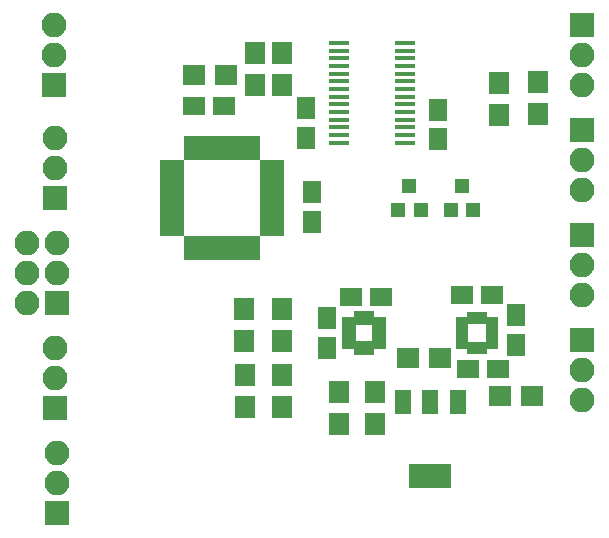
<source format=gbr>
G04 #@! TF.FileFunction,Soldermask,Top*
%FSLAX46Y46*%
G04 Gerber Fmt 4.6, Leading zero omitted, Abs format (unit mm)*
G04 Created by KiCad (PCBNEW 4.0.7) date 08/08/18 22:49:19*
%MOMM*%
%LPD*%
G01*
G04 APERTURE LIST*
%ADD10C,0.100000*%
%ADD11R,1.900000X1.650000*%
%ADD12R,1.650000X1.900000*%
%ADD13R,1.700000X1.900000*%
%ADD14R,1.740000X0.440000*%
%ADD15R,1.900000X1.700000*%
%ADD16R,2.000000X0.950000*%
%ADD17R,0.950000X2.000000*%
%ADD18R,1.200000X1.300000*%
%ADD19R,1.100000X0.700000*%
%ADD20R,0.700000X1.100000*%
%ADD21R,2.100000X2.100000*%
%ADD22O,2.100000X2.100000*%
%ADD23R,1.350000X2.150000*%
%ADD24R,3.600000X2.150000*%
%ADD25R,1.250000X0.750000*%
%ADD26R,0.750000X1.150000*%
%ADD27R,0.750000X1.250000*%
G04 APERTURE END LIST*
D10*
D11*
X253218000Y-83058000D03*
X250718000Y-83058000D03*
D12*
X254762000Y-78506000D03*
X254762000Y-81006000D03*
X238760000Y-78760000D03*
X238760000Y-81260000D03*
D11*
X240812000Y-76962000D03*
X243312000Y-76962000D03*
X252710000Y-76835000D03*
X250210000Y-76835000D03*
D13*
X234950000Y-80725000D03*
X234950000Y-78025000D03*
X231775000Y-80725000D03*
X231775000Y-78025000D03*
D14*
X245370000Y-63915000D03*
X245370000Y-63265000D03*
X245370000Y-62615000D03*
X245370000Y-61965000D03*
X245370000Y-61315000D03*
X245370000Y-60665000D03*
X245370000Y-60015000D03*
X245370000Y-59365000D03*
X245370000Y-58715000D03*
X245370000Y-58065000D03*
X245370000Y-57415000D03*
X245370000Y-56765000D03*
X245370000Y-56115000D03*
X245370000Y-55465000D03*
X239770000Y-55465000D03*
X239770000Y-56115000D03*
X239770000Y-56765000D03*
X239770000Y-57415000D03*
X239770000Y-58065000D03*
X239770000Y-58715000D03*
X239770000Y-59365000D03*
X239770000Y-60015000D03*
X239770000Y-60665000D03*
X239770000Y-61315000D03*
X239770000Y-61965000D03*
X239770000Y-62615000D03*
X239770000Y-63265000D03*
X239770000Y-63915000D03*
D13*
X234950000Y-59008000D03*
X234950000Y-56308000D03*
X232664000Y-59008000D03*
X232664000Y-56308000D03*
X234950000Y-83613000D03*
X234950000Y-86313000D03*
X231838500Y-83613000D03*
X231838500Y-86313000D03*
D15*
X227504000Y-58166000D03*
X230204000Y-58166000D03*
D16*
X225620000Y-65780000D03*
X225620000Y-66580000D03*
X225620000Y-67380000D03*
X225620000Y-68180000D03*
X225620000Y-68980000D03*
X225620000Y-69780000D03*
X225620000Y-70580000D03*
X225620000Y-71380000D03*
D17*
X227070000Y-72830000D03*
X227870000Y-72830000D03*
X228670000Y-72830000D03*
X229470000Y-72830000D03*
X230270000Y-72830000D03*
X231070000Y-72830000D03*
X231870000Y-72830000D03*
X232670000Y-72830000D03*
D16*
X234120000Y-71380000D03*
X234120000Y-70580000D03*
X234120000Y-69780000D03*
X234120000Y-68980000D03*
X234120000Y-68180000D03*
X234120000Y-67380000D03*
X234120000Y-66580000D03*
X234120000Y-65780000D03*
D17*
X232670000Y-64330000D03*
X231870000Y-64330000D03*
X231070000Y-64330000D03*
X230270000Y-64330000D03*
X229470000Y-64330000D03*
X228670000Y-64330000D03*
X227870000Y-64330000D03*
X227070000Y-64330000D03*
D18*
X249240000Y-69580000D03*
X251140000Y-69580000D03*
X250190000Y-67580000D03*
X244795000Y-69580000D03*
X246695000Y-69580000D03*
X245745000Y-67580000D03*
D12*
X237490000Y-68092000D03*
X237490000Y-70592000D03*
X248158000Y-63607000D03*
X248158000Y-61107000D03*
X236982000Y-63480000D03*
X236982000Y-60980000D03*
D19*
X250185000Y-79010000D03*
X250185000Y-79510000D03*
X250185000Y-80010000D03*
X250185000Y-80510000D03*
X250185000Y-81010000D03*
D20*
X250960000Y-81285000D03*
X251460000Y-81285000D03*
X251960000Y-81285000D03*
D19*
X252735000Y-81010000D03*
X252735000Y-80510000D03*
X252735000Y-80010000D03*
X252735000Y-79510000D03*
X252735000Y-79010000D03*
D20*
X251960000Y-78735000D03*
X251460000Y-78735000D03*
X250960000Y-78735000D03*
D21*
X215773000Y-86360000D03*
D22*
X215773000Y-83820000D03*
X215773000Y-81280000D03*
D11*
X227540500Y-60769500D03*
X230040500Y-60769500D03*
D21*
X215773000Y-68580000D03*
D22*
X215773000Y-66040000D03*
X215773000Y-63500000D03*
D21*
X215900000Y-77470000D03*
D22*
X213360000Y-77470000D03*
X215900000Y-74930000D03*
X213360000Y-74930000D03*
X215900000Y-72390000D03*
X213360000Y-72390000D03*
D21*
X260350000Y-62865000D03*
D22*
X260350000Y-65405000D03*
X260350000Y-67945000D03*
D21*
X260350000Y-53975000D03*
D22*
X260350000Y-56515000D03*
X260350000Y-59055000D03*
D21*
X260350000Y-71755000D03*
D22*
X260350000Y-74295000D03*
X260350000Y-76835000D03*
D21*
X260350000Y-80645000D03*
D22*
X260350000Y-83185000D03*
X260350000Y-85725000D03*
D23*
X249823000Y-85877000D03*
X247523000Y-85877000D03*
X245223000Y-85877000D03*
D24*
X247523000Y-92177000D03*
D13*
X256603500Y-58784500D03*
X256603500Y-61484500D03*
X253365000Y-58848000D03*
X253365000Y-61548000D03*
D15*
X248301500Y-82105500D03*
X245601500Y-82105500D03*
D13*
X242824000Y-85010000D03*
X242824000Y-87710000D03*
D15*
X253412000Y-85344000D03*
X256112000Y-85344000D03*
D13*
X239776000Y-87710000D03*
X239776000Y-85010000D03*
D21*
X215646000Y-59055000D03*
D22*
X215646000Y-56515000D03*
X215646000Y-53975000D03*
D21*
X215900000Y-95250000D03*
D22*
X215900000Y-92710000D03*
X215900000Y-90170000D03*
D25*
X240660000Y-80010000D03*
X240660000Y-79510000D03*
X240660000Y-79010000D03*
X240660000Y-80510000D03*
X240660000Y-81010000D03*
D26*
X241935000Y-78735000D03*
X241435000Y-78735000D03*
X242435000Y-78735000D03*
D25*
X243210000Y-79010000D03*
X243210000Y-79510000D03*
X243210000Y-80010000D03*
X243210000Y-80510000D03*
X243210000Y-81010000D03*
D27*
X241435000Y-81285000D03*
X241935000Y-81285000D03*
X242435000Y-81285000D03*
M02*

</source>
